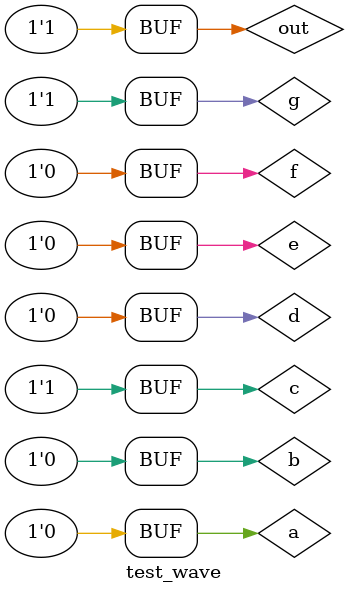
<source format=v>
module test_wave;
wire out; 
reg a, b, c, d;
wire e, f, g; 
or #(2,3) (e, a, b); 
and #(3,4) (f, e, c); 
nor #(3,5) (g, f, d); 
xor #(4,6) (out, e, g); 

initial 
begin 
	a = 1'b1;
	c = 1'b1; 
	#8 a = 1'b0;
	b = 1'b0; 
	#6 d = 1'b0; 
end 
endmodule
</source>
